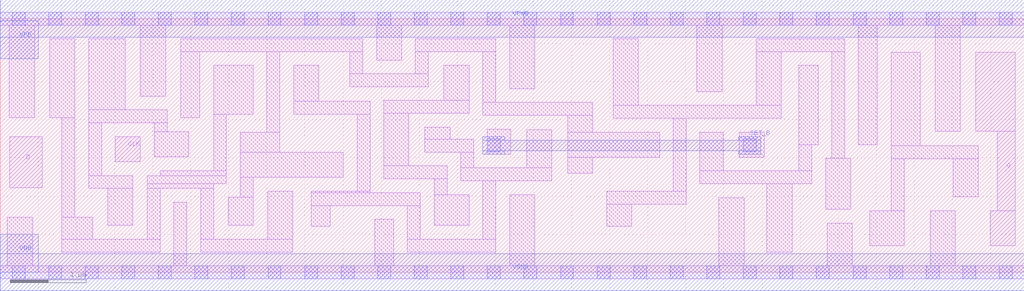
<source format=lef>
# Copyright 2020 The SkyWater PDK Authors
#
# Licensed under the Apache License, Version 2.0 (the "License");
# you may not use this file except in compliance with the License.
# You may obtain a copy of the License at
#
#     https://www.apache.org/licenses/LICENSE-2.0
#
# Unless required by applicable law or agreed to in writing, software
# distributed under the License is distributed on an "AS IS" BASIS,
# WITHOUT WARRANTIES OR CONDITIONS OF ANY KIND, either express or implied.
# See the License for the specific language governing permissions and
# limitations under the License.
#
# SPDX-License-Identifier: Apache-2.0

VERSION 5.5 ;
NAMESCASESENSITIVE ON ;
BUSBITCHARS "[]" ;
DIVIDERCHAR "/" ;
MACRO sky130_fd_sc_lp__dfstp_lp
  CLASS CORE ;
  SOURCE USER ;
  ORIGIN  0.000000  0.000000 ;
  SIZE  13.44000 BY  3.330000 ;
  SYMMETRY X Y R90 ;
  SITE unit ;
  PIN D
    ANTENNAGATEAREA  0.376000 ;
    DIRECTION INPUT ;
    USE SIGNAL ;
    PORT
      LAYER li1 ;
        RECT 0.125000 1.110000 0.550000 1.780000 ;
    END
  END D
  PIN Q
    ANTENNADIFFAREA  0.404700 ;
    DIRECTION OUTPUT ;
    USE SIGNAL ;
    PORT
      LAYER li1 ;
        RECT 12.805000 1.850000 13.325000 2.890000 ;
        RECT 12.995000 0.350000 13.325000 0.810000 ;
        RECT 13.085000 0.810000 13.325000 1.850000 ;
    END
  END Q
  PIN SET_B
    ANTENNAGATEAREA  0.626000 ;
    DIRECTION INPUT ;
    USE SIGNAL ;
    PORT
      LAYER met1 ;
        RECT 6.335000 1.550000 6.625000 1.595000 ;
        RECT 6.335000 1.595000 9.985000 1.735000 ;
        RECT 6.335000 1.735000 6.625000 1.780000 ;
        RECT 9.695000 1.550000 9.985000 1.595000 ;
        RECT 9.695000 1.735000 9.985000 1.780000 ;
    END
  END SET_B
  PIN CLK
    ANTENNAGATEAREA  0.376000 ;
    DIRECTION INPUT ;
    USE CLOCK ;
    PORT
      LAYER li1 ;
        RECT 1.510000 1.450000 1.840000 1.780000 ;
    END
  END CLK
  PIN VGND
    DIRECTION INOUT ;
    USE GROUND ;
    PORT
      LAYER met1 ;
        RECT 0.000000 -0.245000 13.440000 0.245000 ;
    END
  END VGND
  PIN VNB
    DIRECTION INOUT ;
    USE GROUND ;
    PORT
      LAYER met1 ;
        RECT 0.000000 0.000000 0.500000 0.500000 ;
    END
  END VNB
  PIN VPB
    DIRECTION INOUT ;
    USE POWER ;
    PORT
      LAYER met1 ;
        RECT 0.000000 2.800000 0.500000 3.300000 ;
    END
  END VPB
  PIN VPWR
    DIRECTION INOUT ;
    USE POWER ;
    PORT
      LAYER met1 ;
        RECT 0.000000 3.085000 13.440000 3.575000 ;
    END
  END VPWR
  OBS
    LAYER li1 ;
      RECT  0.000000 -0.085000 13.440000 0.085000 ;
      RECT  0.000000  3.245000 13.440000 3.415000 ;
      RECT  0.095000  0.085000  0.425000 0.725000 ;
      RECT  0.120000  2.025000  0.450000 3.245000 ;
      RECT  0.650000  2.025000  0.980000 3.065000 ;
      RECT  0.810000  0.265000  2.100000 0.435000 ;
      RECT  0.810000  0.435000  1.215000 0.725000 ;
      RECT  0.810000  0.725000  0.980000 2.025000 ;
      RECT  1.160000  1.100000  1.740000 1.270000 ;
      RECT  1.160000  1.270000  1.330000 1.960000 ;
      RECT  1.160000  1.960000  2.190000 2.130000 ;
      RECT  1.160000  2.130000  1.640000 3.065000 ;
      RECT  1.410000  0.615000  1.740000 1.100000 ;
      RECT  1.840000  2.310000  2.170000 3.245000 ;
      RECT  1.930000  0.435000  2.100000 1.100000 ;
      RECT  1.930000  1.100000  2.800000 1.165000 ;
      RECT  1.930000  1.165000  2.970000 1.270000 ;
      RECT  2.020000  1.515000  2.475000 1.845000 ;
      RECT  2.020000  1.845000  2.190000 1.960000 ;
      RECT  2.100000  1.270000  2.970000 1.335000 ;
      RECT  2.280000  0.085000  2.450000 0.920000 ;
      RECT  2.370000  2.025000  2.620000 2.895000 ;
      RECT  2.370000  2.895000  4.760000 3.065000 ;
      RECT  2.630000  0.265000  3.840000 0.435000 ;
      RECT  2.630000  0.435000  2.800000 1.100000 ;
      RECT  2.800000  1.335000  2.970000 2.075000 ;
      RECT  2.800000  2.075000  3.320000 2.715000 ;
      RECT  2.990000  0.615000  3.320000 0.985000 ;
      RECT  3.150000  0.985000  3.320000 1.245000 ;
      RECT  3.150000  1.245000  4.505000 1.575000 ;
      RECT  3.150000  1.575000  3.670000 1.840000 ;
      RECT  3.500000  1.840000  3.670000 2.895000 ;
      RECT  3.510000  0.435000  3.840000 1.065000 ;
      RECT  3.850000  2.075000  4.855000 2.245000 ;
      RECT  3.850000  2.245000  4.180000 2.715000 ;
      RECT  4.085000  0.605000  4.335000 0.875000 ;
      RECT  4.085000  0.875000  5.515000 1.045000 ;
      RECT  4.085000  1.045000  4.855000 1.065000 ;
      RECT  4.590000  2.435000  5.620000 2.605000 ;
      RECT  4.590000  2.605000  4.760000 2.895000 ;
      RECT  4.685000  1.065000  4.855000 2.075000 ;
      RECT  4.915000  0.085000  5.165000 0.695000 ;
      RECT  4.940000  2.785000  5.270000 3.245000 ;
      RECT  5.035000  1.225000  5.865000 1.395000 ;
      RECT  5.035000  1.395000  5.365000 2.085000 ;
      RECT  5.035000  2.085000  6.155000 2.255000 ;
      RECT  5.345000  0.265000  6.505000 0.435000 ;
      RECT  5.345000  0.435000  5.515000 0.875000 ;
      RECT  5.450000  2.605000  5.620000 2.895000 ;
      RECT  5.450000  2.895000  6.505000 3.065000 ;
      RECT  5.575000  1.575000  6.215000 1.745000 ;
      RECT  5.575000  1.745000  5.905000 1.905000 ;
      RECT  5.695000  0.615000  6.155000 1.020000 ;
      RECT  5.695000  1.020000  5.865000 1.225000 ;
      RECT  5.825000  2.255000  6.155000 2.715000 ;
      RECT  6.045000  1.200000  7.240000 1.370000 ;
      RECT  6.045000  1.370000  6.215000 1.575000 ;
      RECT  6.335000  0.435000  6.505000 1.200000 ;
      RECT  6.335000  2.060000  7.780000 2.230000 ;
      RECT  6.335000  2.230000  6.505000 2.895000 ;
      RECT  6.395000  1.550000  6.700000 1.880000 ;
      RECT  6.685000  0.085000  7.015000 1.020000 ;
      RECT  6.685000  2.410000  7.015000 3.245000 ;
      RECT  6.910000  1.370000  7.240000 1.870000 ;
      RECT  7.450000  1.300000  7.780000 1.510000 ;
      RECT  7.450000  1.510000  8.655000 1.840000 ;
      RECT  7.450000  1.840000  7.780000 2.060000 ;
      RECT  7.960000  0.605000  8.290000 0.895000 ;
      RECT  7.960000  0.895000  9.005000 1.065000 ;
      RECT  8.045000  2.020000 10.255000 2.190000 ;
      RECT  8.045000  2.190000  8.375000 3.065000 ;
      RECT  8.835000  1.065000  9.005000 2.020000 ;
      RECT  9.145000  2.370000  9.475000 3.245000 ;
      RECT  9.185000  1.160000 10.655000 1.330000 ;
      RECT  9.185000  1.330000  9.490000 1.840000 ;
      RECT  9.435000  0.085000  9.765000 0.980000 ;
      RECT  9.700000  1.510000 10.030000 1.840000 ;
      RECT  9.925000  2.190000 10.255000 2.895000 ;
      RECT  9.925000  2.895000 11.085000 3.065000 ;
      RECT 10.065000  0.265000 10.395000 1.160000 ;
      RECT 10.485000  1.330000 10.655000 1.675000 ;
      RECT 10.485000  1.675000 10.735000 2.715000 ;
      RECT 10.835000  0.825000 11.165000 1.495000 ;
      RECT 10.855000  0.085000 11.185000 0.645000 ;
      RECT 10.915000  1.495000 11.085000 2.895000 ;
      RECT 11.265000  1.675000 11.515000 3.245000 ;
      RECT 11.415000  0.350000 11.865000 0.810000 ;
      RECT 11.695000  0.810000 11.865000 1.490000 ;
      RECT 11.695000  1.490000 12.840000 1.660000 ;
      RECT 11.695000  1.660000 12.075000 2.890000 ;
      RECT 12.205000  0.085000 12.535000 0.810000 ;
      RECT 12.275000  1.850000 12.605000 3.245000 ;
      RECT 12.510000  0.990000 12.840000 1.490000 ;
    LAYER mcon ;
      RECT  0.155000 -0.085000  0.325000 0.085000 ;
      RECT  0.155000  3.245000  0.325000 3.415000 ;
      RECT  0.635000 -0.085000  0.805000 0.085000 ;
      RECT  0.635000  3.245000  0.805000 3.415000 ;
      RECT  1.115000 -0.085000  1.285000 0.085000 ;
      RECT  1.115000  3.245000  1.285000 3.415000 ;
      RECT  1.595000 -0.085000  1.765000 0.085000 ;
      RECT  1.595000  3.245000  1.765000 3.415000 ;
      RECT  2.075000 -0.085000  2.245000 0.085000 ;
      RECT  2.075000  3.245000  2.245000 3.415000 ;
      RECT  2.555000 -0.085000  2.725000 0.085000 ;
      RECT  2.555000  3.245000  2.725000 3.415000 ;
      RECT  3.035000 -0.085000  3.205000 0.085000 ;
      RECT  3.035000  3.245000  3.205000 3.415000 ;
      RECT  3.515000 -0.085000  3.685000 0.085000 ;
      RECT  3.515000  3.245000  3.685000 3.415000 ;
      RECT  3.995000 -0.085000  4.165000 0.085000 ;
      RECT  3.995000  3.245000  4.165000 3.415000 ;
      RECT  4.475000 -0.085000  4.645000 0.085000 ;
      RECT  4.475000  3.245000  4.645000 3.415000 ;
      RECT  4.955000 -0.085000  5.125000 0.085000 ;
      RECT  4.955000  3.245000  5.125000 3.415000 ;
      RECT  5.435000 -0.085000  5.605000 0.085000 ;
      RECT  5.435000  3.245000  5.605000 3.415000 ;
      RECT  5.915000 -0.085000  6.085000 0.085000 ;
      RECT  5.915000  3.245000  6.085000 3.415000 ;
      RECT  6.395000 -0.085000  6.565000 0.085000 ;
      RECT  6.395000  1.580000  6.565000 1.750000 ;
      RECT  6.395000  3.245000  6.565000 3.415000 ;
      RECT  6.875000 -0.085000  7.045000 0.085000 ;
      RECT  6.875000  3.245000  7.045000 3.415000 ;
      RECT  7.355000 -0.085000  7.525000 0.085000 ;
      RECT  7.355000  3.245000  7.525000 3.415000 ;
      RECT  7.835000 -0.085000  8.005000 0.085000 ;
      RECT  7.835000  3.245000  8.005000 3.415000 ;
      RECT  8.315000 -0.085000  8.485000 0.085000 ;
      RECT  8.315000  3.245000  8.485000 3.415000 ;
      RECT  8.795000 -0.085000  8.965000 0.085000 ;
      RECT  8.795000  3.245000  8.965000 3.415000 ;
      RECT  9.275000 -0.085000  9.445000 0.085000 ;
      RECT  9.275000  3.245000  9.445000 3.415000 ;
      RECT  9.755000 -0.085000  9.925000 0.085000 ;
      RECT  9.755000  1.580000  9.925000 1.750000 ;
      RECT  9.755000  3.245000  9.925000 3.415000 ;
      RECT 10.235000 -0.085000 10.405000 0.085000 ;
      RECT 10.235000  3.245000 10.405000 3.415000 ;
      RECT 10.715000 -0.085000 10.885000 0.085000 ;
      RECT 10.715000  3.245000 10.885000 3.415000 ;
      RECT 11.195000 -0.085000 11.365000 0.085000 ;
      RECT 11.195000  3.245000 11.365000 3.415000 ;
      RECT 11.675000 -0.085000 11.845000 0.085000 ;
      RECT 11.675000  3.245000 11.845000 3.415000 ;
      RECT 12.155000 -0.085000 12.325000 0.085000 ;
      RECT 12.155000  3.245000 12.325000 3.415000 ;
      RECT 12.635000 -0.085000 12.805000 0.085000 ;
      RECT 12.635000  3.245000 12.805000 3.415000 ;
      RECT 13.115000 -0.085000 13.285000 0.085000 ;
      RECT 13.115000  3.245000 13.285000 3.415000 ;
  END
END sky130_fd_sc_lp__dfstp_lp
END LIBRARY

</source>
